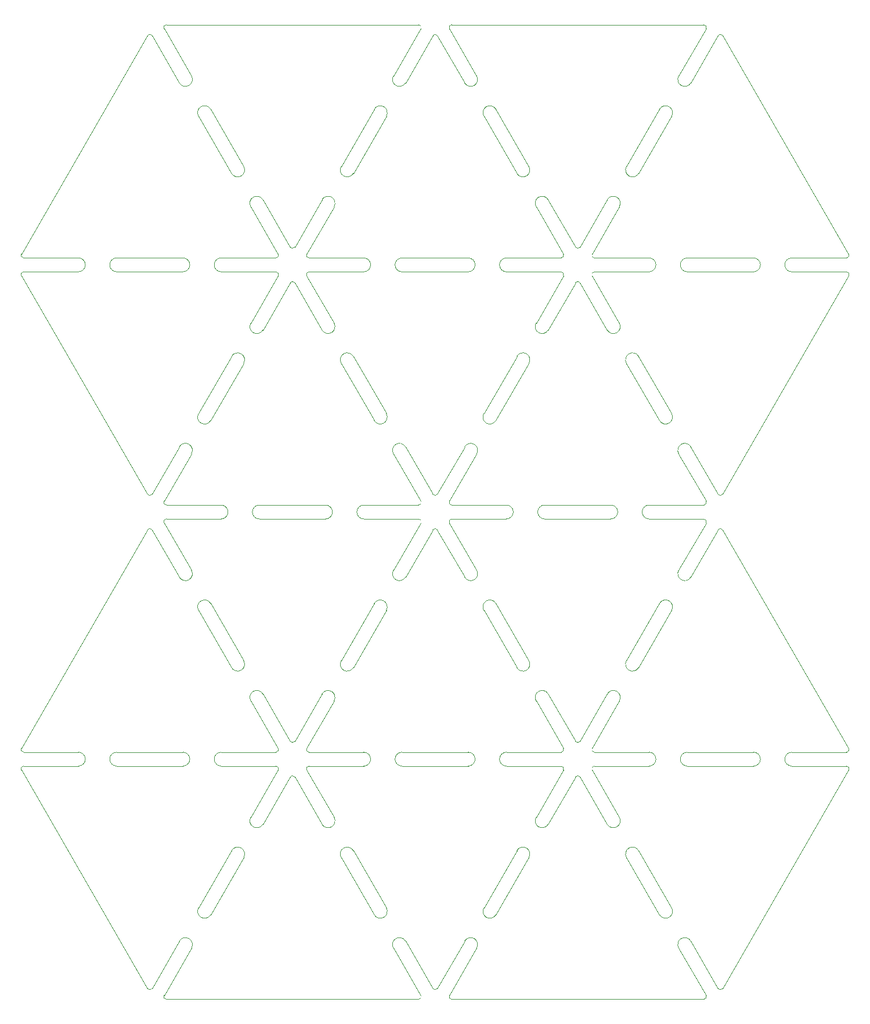
<source format=gbr>
%TF.GenerationSoftware,KiCad,Pcbnew,8.0.1*%
%TF.CreationDate,2024-04-10T18:42:56-04:00*%
%TF.ProjectId,Faces,46616365-732e-46b6-9963-61645f706362,rev?*%
%TF.SameCoordinates,Original*%
%TF.FileFunction,Profile,NP*%
%FSLAX46Y46*%
G04 Gerber Fmt 4.6, Leading zero omitted, Abs format (unit mm)*
G04 Created by KiCad (PCBNEW 8.0.1) date 2024-04-10 18:42:56*
%MOMM*%
%LPD*%
G01*
G04 APERTURE LIST*
%TA.AperFunction,Profile*%
%ADD10C,0.100000*%
%TD*%
G04 APERTURE END LIST*
D10*
X129721028Y-25283354D02*
X133714278Y-18366842D01*
X88101553Y-25283408D02*
X92094803Y-18366896D01*
X67291776Y-61326906D02*
X71285026Y-54410394D01*
X108911251Y-61326852D02*
X112904501Y-54410340D01*
X129721123Y-97370400D02*
X133714373Y-90453888D01*
X88101648Y-97370454D02*
X92094898Y-90453942D01*
X67291871Y-133413952D02*
X71285121Y-126497440D01*
X108911346Y-133413898D02*
X112904596Y-126497386D01*
X98497246Y-24267356D02*
X94503996Y-17350844D01*
X119306944Y-60310800D02*
X115313694Y-53394288D01*
X77687469Y-60310854D02*
X73694219Y-53394342D01*
X56877866Y-96354456D02*
X52884616Y-89437944D01*
X98497341Y-96354402D02*
X94504091Y-89437890D01*
X119307039Y-132397846D02*
X115313789Y-125481334D01*
X77687564Y-132397900D02*
X73694314Y-125481388D01*
X56877771Y-24267410D02*
X52884521Y-17350898D01*
X133714194Y-85264889D02*
X129720947Y-78348378D01*
X82005657Y-122887044D02*
X74019157Y-122887044D01*
X65767785Y-87859496D02*
G75*
G02*
X66783785Y-86843485I1016015J-4D01*
G01*
X90010194Y-16788382D02*
G75*
G02*
X90334952Y-17350949I6J-375018D01*
G01*
X144452961Y-124918884D02*
X152439461Y-124918884D01*
X84935671Y-28734876D02*
G75*
G02*
X85307612Y-30122792I-507971J-879924D01*
G01*
X92744235Y-18366845D02*
X96737482Y-25283357D01*
X92094803Y-18366896D02*
G75*
G02*
X92744322Y-18366896I324760J-187502D01*
G01*
X55118012Y-78348487D02*
X51124762Y-85264998D01*
X139880866Y-51815838D02*
G75*
G02*
X138864866Y-52831766I-1015966J38D01*
G01*
X94828762Y-88875440D02*
X102815261Y-88875443D01*
X77315682Y-133785782D02*
G75*
G02*
X75927822Y-133413888I-507982J879882D01*
G01*
X85307472Y-73509082D02*
G75*
G02*
X84935600Y-74896982I-879872J-508018D01*
G01*
X110819891Y-52831892D02*
G75*
G02*
X111144667Y-53394402I9J-375008D01*
G01*
X77315587Y-61698736D02*
G75*
G02*
X75927704Y-61326856I-507987J879936D01*
G01*
X64125894Y-64778374D02*
G75*
G02*
X64497830Y-66166287I-507994J-879926D01*
G01*
X64125987Y-110940565D02*
G75*
G02*
X62738126Y-110568672I-507987J879865D01*
G01*
X112904496Y-49221445D02*
X108911249Y-42304934D01*
X92744238Y-85264944D02*
G75*
G02*
X92094751Y-85264924I-324738J187544D01*
G01*
X50475242Y-85264998D02*
X32074742Y-53394498D01*
X115638537Y-50799944D02*
G75*
G02*
X115313693Y-50237394I-37J375044D01*
G01*
X152439461Y-124918884D02*
G75*
G02*
X152764270Y-125481413I39J-375016D01*
G01*
X115313778Y-50237443D02*
X119307029Y-43320934D01*
X78721885Y-109552684D02*
X83547884Y-101193803D01*
X86341803Y-151451479D02*
X90335053Y-158367990D01*
X62738105Y-110568684D02*
X57912102Y-102209806D01*
X106117346Y-138253248D02*
X101291347Y-146612128D01*
X71934458Y-54410344D02*
X75927705Y-61326855D01*
X51124856Y-157352044D02*
G75*
G02*
X50475338Y-157352044I-324759J187501D01*
G01*
X55626002Y-52831998D02*
X45974000Y-52832000D01*
X120341360Y-109552630D02*
X125167359Y-101193750D01*
X80481469Y-65150204D02*
X85307472Y-73509082D01*
X77315672Y-41933106D02*
G75*
G02*
X77687577Y-43321001I-507972J-879894D01*
G01*
X92744333Y-157351990D02*
G75*
G02*
X92094853Y-157351966I-324733J187490D01*
G01*
X56877865Y-96354456D02*
G75*
G02*
X56505987Y-97742343I-879885J-508004D01*
G01*
X86341708Y-79364433D02*
G75*
G02*
X86713565Y-77976509I879892J508033D01*
G01*
X69200595Y-122887046D02*
X61214097Y-122887044D01*
X82005657Y-122887044D02*
G75*
G02*
X83021656Y-123903044I-57J-1016056D01*
G01*
X112904501Y-54410340D02*
G75*
G02*
X113554020Y-54410340I324760J-187502D01*
G01*
X45974000Y-50800000D02*
X55626002Y-50799998D01*
X96737488Y-78348432D02*
G75*
G02*
X98125378Y-77976536I879912J-508068D01*
G01*
X52884621Y-158368041D02*
X56877872Y-151451532D01*
X83547708Y-74525083D02*
X78721705Y-66166205D01*
X82005562Y-50799998D02*
X74019062Y-50799998D01*
X94504092Y-89437890D02*
G75*
G02*
X94828850Y-88875363I324808J187490D01*
G01*
X102833391Y-52831892D02*
X110819891Y-52831892D01*
X120341265Y-37465584D02*
X125167264Y-29106704D01*
X107523369Y-61698733D02*
G75*
G02*
X107151436Y-60310823I508031J879933D01*
G01*
X126927028Y-30122704D02*
X122101029Y-38481584D01*
X94503996Y-17350844D02*
G75*
G02*
X94828755Y-16788240I324804J187544D01*
G01*
X53209380Y-158930542D02*
G75*
G02*
X52884581Y-158368018I20J375042D01*
G01*
X104357580Y-110568630D02*
X99531577Y-102209753D01*
X127961183Y-79364378D02*
G75*
G02*
X128333073Y-77976512I879917J507978D01*
G01*
X66783786Y-88875497D02*
G75*
G02*
X65767803Y-87859497I14J1015997D01*
G01*
X71934634Y-121308546D02*
G75*
G02*
X71285153Y-121308524I-324734J187446D01*
G01*
X120713157Y-136865314D02*
G75*
G02*
X122101059Y-137237184I508043J-879786D01*
G01*
X56505984Y-97742338D02*
G75*
G02*
X55118135Y-97370437I-507984J879838D01*
G01*
X55626097Y-122887044D02*
G75*
G02*
X56642056Y-123903044I3J-1015956D01*
G01*
X55118013Y-78348487D02*
G75*
G02*
X56505895Y-77976603I879887J-508013D01*
G01*
X73694398Y-122324543D02*
X77687649Y-115408034D01*
X75927886Y-114392034D02*
G75*
G02*
X77315777Y-114020135I879914J-508066D01*
G01*
X120713147Y-38853465D02*
G75*
G02*
X120341301Y-37465605I508053J879865D01*
G01*
X129721122Y-97370400D02*
G75*
G02*
X128333232Y-97742298I-879922J508100D01*
G01*
X86341804Y-151451479D02*
G75*
G02*
X86713697Y-150063618I879896J507979D01*
G01*
X99531577Y-102209753D02*
G75*
G02*
X99903483Y-100821914I879923J507953D01*
G01*
X61214097Y-124919044D02*
X69200597Y-124919044D01*
X99903364Y-28734825D02*
G75*
G02*
X101291286Y-29106683I508036J-879875D01*
G01*
X152764221Y-125481385D02*
X134363808Y-157351936D01*
X55626002Y-50799998D02*
G75*
G02*
X56642002Y-51815998I-2J-1016002D01*
G01*
X125167360Y-101193750D02*
G75*
G02*
X126555222Y-100821901I879840J-507950D01*
G01*
X52884522Y-17350898D02*
G75*
G02*
X53209280Y-16788385I324778J187498D01*
G01*
X53209194Y-16788382D02*
X90010194Y-16788382D01*
X77687468Y-60310854D02*
G75*
G02*
X77315616Y-61698786I-879868J-508046D01*
G01*
X58283889Y-28734878D02*
G75*
G02*
X59671796Y-29106745I508011J-879922D01*
G01*
X64497774Y-37465638D02*
G75*
G02*
X64125864Y-38853472I-879874J-507962D01*
G01*
X122101124Y-110568630D02*
G75*
G02*
X120713237Y-110940520I-879924J508130D01*
G01*
X123625037Y-50799944D02*
G75*
G02*
X124641056Y-51815944I-37J-1016056D01*
G01*
X144452866Y-52831838D02*
G75*
G02*
X143436862Y-51815838I34J1016038D01*
G01*
X119306944Y-60310800D02*
G75*
G02*
X118935055Y-61698670I-879844J-508000D01*
G01*
X55118107Y-150435533D02*
G75*
G02*
X56506002Y-150063627I879893J-507967D01*
G01*
X106117251Y-66166202D02*
X101291252Y-74525082D01*
X99903459Y-100821871D02*
G75*
G02*
X101291372Y-101193734I508041J-879829D01*
G01*
X32399502Y-52831998D02*
X40386000Y-52832000D01*
X50475336Y-90454046D02*
G75*
G02*
X51124854Y-90454046I324759J-187501D01*
G01*
X129213037Y-50799944D02*
X138865039Y-50799941D01*
X90010293Y-158930491D02*
X53209380Y-158930542D01*
X102833391Y-52831892D02*
G75*
G02*
X101817408Y-51815892I9J1015992D01*
G01*
X59671771Y-29106760D02*
X64497774Y-37465638D01*
X87593484Y-124918941D02*
G75*
G02*
X86577559Y-123902941I16J1015941D01*
G01*
X110820062Y-50799998D02*
X102833564Y-50799996D01*
X117547360Y-114391980D02*
X113554110Y-121308492D01*
X108403260Y-86843442D02*
X118055262Y-86843439D01*
X75927885Y-114392034D02*
X71934635Y-121308546D01*
X110820157Y-122887044D02*
X102833659Y-122887042D01*
X120713242Y-110940512D02*
G75*
G02*
X120341311Y-109552602I507958J879912D01*
G01*
X41402095Y-123903046D02*
G75*
G02*
X40386095Y-124918995I-1015995J46D01*
G01*
X112904596Y-126497386D02*
G75*
G02*
X113554115Y-126497386I324760J-187502D01*
G01*
X32399595Y-122887046D02*
G75*
G02*
X32074779Y-122324514I5J375046D01*
G01*
X86713766Y-97742336D02*
G75*
G02*
X86341918Y-96354474I507934J879836D01*
G01*
X126555065Y-74896909D02*
G75*
G02*
X125167216Y-74525009I-507965J879909D01*
G01*
X127961183Y-79364378D02*
X131954433Y-86280890D01*
X32399597Y-124919044D02*
X40386095Y-124919046D01*
X128197037Y-51815944D02*
G75*
G02*
X129213037Y-50799937I1016063J-56D01*
G01*
X125167183Y-74525028D02*
X120341180Y-66166151D01*
X64497871Y-138253302D02*
X59671872Y-146612182D01*
X79093672Y-38853520D02*
G75*
G02*
X78721754Y-37465617I508028J879920D01*
G01*
X138865039Y-50799941D02*
G75*
G02*
X139880959Y-51815941I-39J-1015959D01*
G01*
X97245391Y-52831892D02*
X87593389Y-52831895D01*
X53209285Y-86843496D02*
G75*
G02*
X52884542Y-86281005I15J374996D01*
G01*
X44958095Y-123903046D02*
G75*
G02*
X45974095Y-122886995I1016005J46D01*
G01*
X32074837Y-125481544D02*
G75*
G02*
X32399597Y-124918975I324763J187544D01*
G01*
X90335040Y-17350899D02*
X86341789Y-24267408D01*
X73694220Y-53394342D02*
G75*
G02*
X74018978Y-52831761I324780J187542D01*
G01*
X96737583Y-150435478D02*
G75*
G02*
X98125485Y-150063562I879917J-508022D01*
G01*
X152439366Y-52831838D02*
G75*
G02*
X152764101Y-53394325I34J-374962D01*
G01*
X115638461Y-124918884D02*
X123624959Y-124918887D01*
X106117248Y-37465584D02*
G75*
G02*
X105745372Y-38853474I-879848J-508016D01*
G01*
X117547265Y-42304934D02*
G75*
G02*
X118935171Y-41933010I879935J-508066D01*
G01*
X59671776Y-74525136D02*
G75*
G02*
X58283905Y-74897000I-879876J508036D01*
G01*
X58283984Y-100821925D02*
G75*
G02*
X59671882Y-101193797I508016J-879875D01*
G01*
X88101647Y-97370454D02*
G75*
G02*
X86713781Y-97742310I-879847J507954D01*
G01*
X144452961Y-124918884D02*
G75*
G02*
X143436916Y-123902884I39J1016084D01*
G01*
X119071263Y-87859440D02*
G75*
G02*
X118055262Y-88875363I-1016063J140D01*
G01*
X61214002Y-52831998D02*
G75*
G02*
X60198002Y-51815998I-2J1015998D01*
G01*
X111144734Y-50237446D02*
G75*
G02*
X110819975Y-50799855I-324734J-187454D01*
G01*
X123643262Y-88875440D02*
G75*
G02*
X122627260Y-87859440I38J1016040D01*
G01*
X134363892Y-90453888D02*
X152764392Y-122324489D01*
X111144830Y-122324492D02*
G75*
G02*
X110820070Y-122886978I-324730J-187508D01*
G01*
X107151580Y-115407980D02*
G75*
G02*
X107523468Y-114020110I879920J507980D01*
G01*
X152764210Y-50237392D02*
G75*
G02*
X152439450Y-50799861I-324710J-187508D01*
G01*
X92094719Y-85264943D02*
X88101472Y-78348432D01*
X76435788Y-86843493D02*
G75*
G02*
X77451807Y-87859493I12J-1016007D01*
G01*
X92744330Y-90453891D02*
X96737577Y-97370403D01*
X69525355Y-122324546D02*
G75*
G02*
X69200595Y-122886973I-324755J-187454D01*
G01*
X107523464Y-133785780D02*
G75*
G02*
X107151596Y-132397906I508036J879880D01*
G01*
X152764126Y-53394339D02*
X134363713Y-85264890D01*
X45974095Y-122887046D02*
X55626097Y-122887044D01*
X105745462Y-110940512D02*
G75*
G02*
X104357616Y-110568609I-507962J879912D01*
G01*
X131954528Y-158367936D02*
G75*
G02*
X131629768Y-158930441I-324828J-187464D01*
G01*
X98497245Y-24267356D02*
G75*
G02*
X98125387Y-25655278I-879845J-508044D01*
G01*
X133714373Y-90453888D02*
G75*
G02*
X134363892Y-90453888I324760J-187502D01*
G01*
X106117343Y-109552630D02*
G75*
G02*
X105745452Y-110940495I-879943J-507970D01*
G01*
X118935157Y-133785728D02*
G75*
G02*
X117547312Y-133413826I-507957J879928D01*
G01*
X32074743Y-53394498D02*
G75*
G02*
X32399502Y-52832003I324757J187498D01*
G01*
X129721028Y-25283354D02*
G75*
G02*
X128333124Y-25655273I-879928J508054D01*
G01*
X96737583Y-150435478D02*
X92744333Y-157351990D01*
X59671866Y-101193806D02*
X64497869Y-109552684D01*
X69525260Y-50237500D02*
G75*
G02*
X69200500Y-50800000I-324760J-187500D01*
G01*
X86577657Y-123903044D02*
G75*
G02*
X87593657Y-122887057I1016043J-56D01*
G01*
X87593389Y-52831895D02*
G75*
G02*
X86577405Y-51815895I11J1015995D01*
G01*
X101291246Y-29106706D02*
X106117249Y-37465584D01*
X152439632Y-122886990D02*
X144453134Y-122886988D01*
X99903465Y-146984009D02*
G75*
G02*
X99531530Y-145596097I507935J879909D01*
G01*
X40386000Y-50800000D02*
G75*
G02*
X41402000Y-51816000I0J-1016000D01*
G01*
X50475241Y-18367000D02*
G75*
G02*
X51124759Y-18367000I324759J-187501D01*
G01*
X65532105Y-115408034D02*
G75*
G02*
X65903962Y-114020108I879895J508034D01*
G01*
X120341180Y-66166151D02*
G75*
G02*
X120713088Y-64778316I879920J507951D01*
G01*
X74019062Y-50799998D02*
G75*
G02*
X73694334Y-50237515I38J374998D01*
G01*
X71285116Y-121308545D02*
X67291869Y-114392034D01*
X143437134Y-123902988D02*
G75*
G02*
X144453134Y-122887034I1015966J-12D01*
G01*
X86341708Y-79364433D02*
X90334958Y-86280944D01*
X81007787Y-87859494D02*
G75*
G02*
X82023787Y-86843487I1016013J-6D01*
G01*
X138864866Y-52831838D02*
X129212864Y-52831841D01*
X69525262Y-53394398D02*
X65532011Y-60310906D01*
X115313790Y-125481334D02*
G75*
G02*
X115638548Y-124918826I324710J187534D01*
G01*
X126555146Y-28734823D02*
G75*
G02*
X126927008Y-30122692I-508046J-879877D01*
G01*
X133714278Y-18366842D02*
G75*
G02*
X134363797Y-18366842I324760J-187502D01*
G01*
X126926946Y-73509028D02*
G75*
G02*
X126555039Y-74896865I-879846J-507972D01*
G01*
X84935685Y-146984009D02*
G75*
G02*
X83547813Y-146612123I-507985J879909D01*
G01*
X97245486Y-124918938D02*
X87593484Y-124918941D01*
X94828667Y-16788394D02*
X131629668Y-16788394D01*
X128333065Y-77976497D02*
G75*
G02*
X129720995Y-78348350I508035J-879903D01*
G01*
X87593562Y-50799998D02*
X97245564Y-50799995D01*
X53209288Y-88875494D02*
X61195786Y-88875497D01*
X62211785Y-87859496D02*
G75*
G02*
X61195786Y-88875485I-1015985J-4D01*
G01*
X108911345Y-133413898D02*
G75*
G02*
X107523489Y-133785737I-879845J507998D01*
G01*
X96737488Y-78348432D02*
X92744238Y-85264944D01*
X107151580Y-115407980D02*
X111144830Y-122324492D01*
X105745464Y-136865367D02*
G75*
G02*
X106117332Y-138253240I-507864J-879833D01*
G01*
X131629668Y-16788394D02*
G75*
G02*
X131954459Y-17350913I32J-375006D01*
G01*
X125167264Y-29106704D02*
G75*
G02*
X126555115Y-28734875I879836J-507996D01*
G01*
X134363807Y-157351936D02*
G75*
G02*
X133714217Y-157351977I-324807J187636D01*
G01*
X80481553Y-38481638D02*
G75*
G02*
X79093699Y-38853474I-879853J508038D01*
G01*
X60198097Y-123903044D02*
G75*
G02*
X61214097Y-122886997I1016003J44D01*
G01*
X131629768Y-158930437D02*
X94828855Y-158930488D01*
X51124855Y-90453945D02*
X55118102Y-97370456D01*
X131629763Y-88875440D02*
G75*
G02*
X131954498Y-89437927I37J-374960D01*
G01*
X90334957Y-86280944D02*
G75*
G02*
X90010198Y-86843376I-324757J-187456D01*
G01*
X77451788Y-87859494D02*
G75*
G02*
X76435788Y-88875488I-1015988J-6D01*
G01*
X118935242Y-114020098D02*
G75*
G02*
X119307134Y-115407986I-508042J-879902D01*
G01*
X57912008Y-30122760D02*
G75*
G02*
X58283915Y-28734922I879892J507960D01*
G01*
X99903370Y-74896964D02*
G75*
G02*
X99531519Y-73509100I508030J879864D01*
G01*
X99531488Y-73509082D02*
X104357487Y-65150201D01*
X32399500Y-50800000D02*
G75*
G02*
X32074740Y-50237500I0J375000D01*
G01*
X103831260Y-87859442D02*
G75*
G02*
X102815261Y-88875360I-1016060J142D01*
G01*
X71285021Y-49221499D02*
X67291774Y-42304988D01*
X71934540Y-49221500D02*
G75*
G02*
X71285050Y-49221482I-324740J187500D01*
G01*
X118935147Y-41933052D02*
G75*
G02*
X119306974Y-43320902I-508047J-879848D01*
G01*
X112904591Y-121308491D02*
X108911344Y-114391980D01*
X40386095Y-122887046D02*
X32399595Y-122887046D01*
X101291347Y-146612128D02*
G75*
G02*
X99903444Y-146984046I-879947J508128D01*
G01*
X85307648Y-102209804D02*
X80481649Y-110568684D01*
X64125892Y-38853520D02*
G75*
G02*
X62738007Y-38481639I-507992J879920D01*
G01*
X85307567Y-145596128D02*
G75*
G02*
X84935663Y-146983972I-879867J-507972D01*
G01*
X58283894Y-74897018D02*
G75*
G02*
X57911971Y-73509113I508006J879918D01*
G01*
X86713590Y-77976550D02*
G75*
G02*
X88101473Y-78348431I508010J-879850D01*
G01*
X97245564Y-50799995D02*
G75*
G02*
X98261605Y-51815995I36J-1016005D01*
G01*
X41402000Y-51816000D02*
G75*
G02*
X40386000Y-52832000I-1016000J0D01*
G01*
X122101039Y-137237196D02*
X126927042Y-145596074D01*
X111144833Y-125481389D02*
X107151582Y-132397898D01*
X123625132Y-122886990D02*
X115638632Y-122886990D01*
X60198002Y-51815998D02*
G75*
G02*
X61214002Y-50800002I1015998J-2D01*
G01*
X51124761Y-85264998D02*
G75*
G02*
X50475243Y-85264998I-324759J187501D01*
G01*
X78721800Y-138253251D02*
G75*
G02*
X79093712Y-136865422I879900J507951D01*
G01*
X115313873Y-122324489D02*
X119307124Y-115407980D01*
X77315767Y-114020152D02*
G75*
G02*
X77687587Y-115407998I-508067J-879848D01*
G01*
X128333146Y-25655235D02*
G75*
G02*
X127961218Y-24267327I508054J879935D01*
G01*
X128333160Y-150063542D02*
G75*
G02*
X129721081Y-150435401I508040J-879858D01*
G01*
X65903892Y-41933106D02*
G75*
G02*
X67291787Y-42304981I508008J-879894D01*
G01*
X77687564Y-132397900D02*
G75*
G02*
X77315678Y-133785776I-879864J-508000D01*
G01*
X32074740Y-50237500D02*
X50475240Y-18367000D01*
X66783785Y-86843496D02*
X76435788Y-86843493D01*
X104357487Y-65150201D02*
G75*
G02*
X105745391Y-64778283I879913J-507999D01*
G01*
X90335135Y-89437945D02*
X86341884Y-96354454D01*
X122100944Y-65150150D02*
X126926947Y-73509028D01*
X56877770Y-24267410D02*
G75*
G02*
X56505880Y-25655276I-879870J-507990D01*
G01*
X101817564Y-51815996D02*
G75*
G02*
X102833564Y-50799964I1016036J-4D01*
G01*
X118055262Y-86843439D02*
G75*
G02*
X119071261Y-87859439I38J-1015961D01*
G01*
X94828855Y-158930488D02*
G75*
G02*
X94504145Y-158368016I45J374988D01*
G01*
X65532105Y-115408034D02*
X69525355Y-122324546D01*
X127961278Y-151451424D02*
G75*
G02*
X128333154Y-150063533I879822J508024D01*
G01*
X64125989Y-136865421D02*
G75*
G02*
X64497871Y-138253302I-507989J-879879D01*
G01*
X134363712Y-85264890D02*
G75*
G02*
X133714264Y-85264849I-324712J187490D01*
G01*
X82005562Y-50799998D02*
G75*
G02*
X83021502Y-51815998I-62J-1016002D01*
G01*
X80481564Y-137237250D02*
X85307567Y-145596128D01*
X57912012Y-73509137D02*
X62738011Y-65150256D01*
X79093767Y-110940565D02*
G75*
G02*
X78721915Y-109552701I508033J879865D01*
G01*
X92094814Y-157351989D02*
X88101567Y-150435478D01*
X152764305Y-122324438D02*
G75*
G02*
X152439545Y-122886920I-324805J-187462D01*
G01*
X134363710Y-18366791D02*
X152764210Y-50237392D01*
X40386095Y-122887046D02*
G75*
G02*
X41402054Y-123903046I5J-1015954D01*
G01*
X92094898Y-90453942D02*
G75*
G02*
X92744417Y-90453942I324760J-187502D01*
G01*
X84935766Y-100821923D02*
G75*
G02*
X85307653Y-102209807I-507966J-879877D01*
G01*
X80481648Y-110568684D02*
G75*
G02*
X79093787Y-110940532I-879848J507984D01*
G01*
X99531583Y-145596128D02*
X104357582Y-137237247D01*
X126927042Y-145596074D02*
G75*
G02*
X126555170Y-146983974I-879842J-508026D01*
G01*
X126927123Y-102209750D02*
X122101124Y-110568630D01*
X73694315Y-125481388D02*
G75*
G02*
X74019073Y-124918884I324785J187488D01*
G01*
X117547265Y-42304934D02*
X113554015Y-49221446D01*
X62738010Y-38481638D02*
X57912007Y-30122760D01*
X61195785Y-86843496D02*
G75*
G02*
X62211804Y-87859496I15J-1016004D01*
G01*
X122627262Y-87859440D02*
G75*
G02*
X123643262Y-86843462I1016038J-60D01*
G01*
X127961278Y-151451424D02*
X131954528Y-158367936D01*
X55118107Y-150435533D02*
X51124857Y-157352044D01*
X86713671Y-25655289D02*
G75*
G02*
X86341789Y-24267408I508029J879889D01*
G01*
X88101553Y-25283408D02*
G75*
G02*
X86713692Y-25655253I-879853J508008D01*
G01*
X44958000Y-51816000D02*
G75*
G02*
X45974000Y-50800000I1016000J0D01*
G01*
X118055262Y-88875440D02*
X108403261Y-88875443D01*
X107523462Y-114020099D02*
G75*
G02*
X108911363Y-114391969I508038J-879801D01*
G01*
X98125465Y-150063597D02*
G75*
G02*
X98497384Y-151451499I-507965J-879903D01*
G01*
X51124760Y-18366899D02*
X55118007Y-25283410D01*
X64497776Y-66166256D02*
X59671777Y-74525136D01*
X32074835Y-122324546D02*
X50475335Y-90454046D01*
X107523367Y-41933052D02*
G75*
G02*
X108911277Y-42304918I508033J-879848D01*
G01*
X87593657Y-122887044D02*
X97245659Y-122887041D01*
X83021388Y-51815894D02*
G75*
G02*
X82005389Y-52831888I-1015988J-6D01*
G01*
X128333241Y-97742281D02*
G75*
G02*
X127961379Y-96354411I508059J879881D01*
G01*
X79093682Y-136865368D02*
G75*
G02*
X80481601Y-137237229I508018J-879932D01*
G01*
X90335053Y-158367990D02*
G75*
G02*
X90010293Y-158930499I-324753J-187510D01*
G01*
X129212864Y-52831841D02*
G75*
G02*
X128196859Y-51815841I36J1016041D01*
G01*
X128197132Y-123902990D02*
G75*
G02*
X129213132Y-122887032I1015968J-10D01*
G01*
X122101028Y-38481584D02*
G75*
G02*
X120713112Y-38853526I-879928J507984D01*
G01*
X102833486Y-124918938D02*
X110819986Y-124918938D01*
X108403261Y-88875443D02*
G75*
G02*
X107387257Y-87859443I39J1016043D01*
G01*
X82023788Y-88875494D02*
G75*
G02*
X81007806Y-87859494I12J1015994D01*
G01*
X82023788Y-88875494D02*
X90010288Y-88875494D01*
X86713685Y-150063597D02*
G75*
G02*
X88101591Y-150435464I508015J-879903D01*
G01*
X57912102Y-102209806D02*
G75*
G02*
X58283977Y-100821912I879898J508006D01*
G01*
X123625037Y-50799944D02*
X115638537Y-50799944D01*
X67291870Y-133413952D02*
G75*
G02*
X65903988Y-133785836I-879870J507952D01*
G01*
X65903987Y-114020152D02*
G75*
G02*
X67291873Y-114392031I508013J-879848D01*
G01*
X78721706Y-66166205D02*
G75*
G02*
X79093581Y-64778314I879894J508005D01*
G01*
X104357582Y-137237247D02*
G75*
G02*
X105745447Y-136865395I879818J-507853D01*
G01*
X69525357Y-125481444D02*
X65532106Y-132397952D01*
X62738106Y-137237302D02*
G75*
G02*
X64125996Y-136865405I879894J-507998D01*
G01*
X57912107Y-145596183D02*
X62738106Y-137237302D01*
X90010288Y-88875494D02*
G75*
G02*
X90335064Y-89438004I12J-375006D01*
G01*
X94828760Y-86843442D02*
G75*
G02*
X94503976Y-86280927I40J375042D01*
G01*
X79093587Y-64778322D02*
G75*
G02*
X80481483Y-65150196I508013J-879878D01*
G01*
X65903894Y-61698788D02*
G75*
G02*
X65532007Y-60310904I508006J879888D01*
G01*
X61195785Y-86843496D02*
X53209285Y-86843496D01*
X98125364Y-25655237D02*
G75*
G02*
X96737508Y-25283342I-507964J879937D01*
G01*
X99531483Y-30122707D02*
G75*
G02*
X99903352Y-28734806I879917J508007D01*
G01*
X75927790Y-42304988D02*
G75*
G02*
X77315689Y-41933077I879910J-508012D01*
G01*
X113554015Y-49221446D02*
G75*
G02*
X112904563Y-49221406I-324715J187546D01*
G01*
X40386000Y-50800000D02*
X32399500Y-50800000D01*
X108911251Y-61326852D02*
G75*
G02*
X107523400Y-61698681I-879851J508052D01*
G01*
X124640863Y-51815840D02*
G75*
G02*
X123624864Y-52831763I-1015963J40D01*
G01*
X101817659Y-123903042D02*
G75*
G02*
X102833659Y-122887059I1016041J-58D01*
G01*
X119307038Y-132397846D02*
G75*
G02*
X118935117Y-133785659I-879838J-507954D01*
G01*
X143437039Y-51815942D02*
G75*
G02*
X144453039Y-50799939I1016061J-58D01*
G01*
X107387260Y-87859442D02*
G75*
G02*
X108403260Y-86843460I1016040J-58D01*
G01*
X115638632Y-122886990D02*
G75*
G02*
X115313862Y-122324483I-32J374990D01*
G01*
X71934553Y-126497390D02*
X75927800Y-133413901D01*
X61214002Y-52831998D02*
X69200502Y-52831998D01*
X126555241Y-100821868D02*
G75*
G02*
X126927114Y-102209745I-507841J-879832D01*
G01*
X129212959Y-124918887D02*
G75*
G02*
X128196913Y-123902887I41J1016087D01*
G01*
X76435788Y-88875494D02*
X66783786Y-88875497D01*
X105745367Y-38853465D02*
G75*
G02*
X104357530Y-38481558I-507967J879865D01*
G01*
X85307553Y-30122758D02*
X80481554Y-38481638D01*
X65532010Y-43320988D02*
G75*
G02*
X65903899Y-41933118I879890J507988D01*
G01*
X50475337Y-157352044D02*
X32074837Y-125481544D01*
X110819986Y-124918938D02*
G75*
G02*
X111144761Y-125481448I-86J-375062D01*
G01*
X94504001Y-86280941D02*
X98497252Y-79364432D01*
X83547790Y-29106757D02*
G75*
G02*
X84935683Y-28734855I879910J-508043D01*
G01*
X98261391Y-51815892D02*
G75*
G02*
X97245391Y-52831891I-1015991J-8D01*
G01*
X117547361Y-114391980D02*
G75*
G02*
X118935228Y-114020123I879839J-507920D01*
G01*
X138864961Y-124918884D02*
X129212959Y-124918887D01*
X56505990Y-150063650D02*
G75*
G02*
X56877837Y-151451512I-507990J-879850D01*
G01*
X126555160Y-146983956D02*
G75*
G02*
X125167302Y-146612060I-507960J879956D01*
G01*
X74018891Y-52831892D02*
X82005389Y-52831895D01*
X67291775Y-61326906D02*
G75*
G02*
X65903900Y-61698778I-879875J508006D01*
G01*
X83021483Y-123902940D02*
G75*
G02*
X82005484Y-124918883I-1015983J40D01*
G01*
X107151485Y-43320934D02*
X111144735Y-50237446D01*
X58283989Y-146984064D02*
G75*
G02*
X57912131Y-145596197I508011J879864D01*
G01*
X69200597Y-124919044D02*
G75*
G02*
X69525357Y-125481544I-97J-375056D01*
G01*
X65903989Y-133785834D02*
G75*
G02*
X65532167Y-132397987I508011J879834D01*
G01*
X71285121Y-126497440D02*
G75*
G02*
X71934640Y-126497440I324760J-187502D01*
G01*
X73694303Y-50237497D02*
X77687554Y-43320988D01*
X125167278Y-146612074D02*
X120341275Y-138253197D01*
X61214097Y-124919044D02*
G75*
G02*
X60198056Y-123903044I3J1016044D01*
G01*
X59671872Y-146612182D02*
G75*
G02*
X58283994Y-146984057I-879872J507982D01*
G01*
X74018986Y-124918938D02*
X82005484Y-124918941D01*
X94504096Y-158367987D02*
X98497347Y-151451478D01*
X120341276Y-138253197D02*
G75*
G02*
X120713151Y-136865306I879924J507997D01*
G01*
X52884526Y-86280995D02*
X56877777Y-79364486D01*
X113553933Y-54410289D02*
X117547180Y-61326801D01*
X107151486Y-43320934D02*
G75*
G02*
X107523337Y-41933002I879914J508034D01*
G01*
X64497868Y-109552684D02*
G75*
G02*
X64125995Y-110940580I-879868J-508016D01*
G01*
X69200502Y-52831998D02*
G75*
G02*
X69525263Y-53394498I-2J-375002D01*
G01*
X90010285Y-86843496D02*
X82023787Y-86843493D01*
X111144738Y-53394343D02*
X107151487Y-60310852D01*
X118935062Y-61698682D02*
G75*
G02*
X117547226Y-61326775I-507962J879882D01*
G01*
X124640958Y-123902886D02*
G75*
G02*
X123624959Y-124918858I-1015958J-14D01*
G01*
X131954515Y-17350845D02*
X127961265Y-24267354D01*
X56505889Y-25655292D02*
G75*
G02*
X55118017Y-25283404I-507989J879892D01*
G01*
X78721790Y-37465638D02*
X83547789Y-29106757D01*
X133714289Y-157351935D02*
X129721042Y-150435424D01*
X115638366Y-52831838D02*
X123624864Y-52831841D01*
X120713062Y-64778269D02*
G75*
G02*
X122100972Y-65150134I508038J-879831D01*
G01*
X65532010Y-43320988D02*
X69525260Y-50237500D01*
X56642002Y-51815998D02*
G75*
G02*
X55626002Y-52832002I-1016002J-2D01*
G01*
X84935590Y-74896964D02*
G75*
G02*
X83547726Y-74525072I-507990J879864D01*
G01*
X123625132Y-122886990D02*
G75*
G02*
X124641210Y-123902990I-32J-1016110D01*
G01*
X52884616Y-89437944D02*
G75*
G02*
X53209375Y-88875357I324784J187544D01*
G01*
X102815260Y-86843442D02*
X94828760Y-86843442D01*
X138865134Y-122886987D02*
G75*
G02*
X139881213Y-123902987I-34J-1016113D01*
G01*
X62738011Y-65150256D02*
G75*
G02*
X64125889Y-64778380I879889J-508044D01*
G01*
X123643262Y-88875440D02*
X131629763Y-88875440D01*
X83547884Y-101193803D02*
G75*
G02*
X84935790Y-100821880I879916J-507997D01*
G01*
X98497340Y-96354402D02*
G75*
G02*
X98125450Y-97742268I-879840J-507998D01*
G01*
X75927790Y-42304988D02*
X71934540Y-49221500D01*
X56642097Y-123903044D02*
G75*
G02*
X55626097Y-124918997I-1015997J44D01*
G01*
X101291341Y-101193752D02*
X106117344Y-109552630D01*
X129213132Y-122886990D02*
X138865134Y-122886987D01*
X102815260Y-86843442D02*
G75*
G02*
X103831258Y-87859442I-60J-1016058D01*
G01*
X105745369Y-64778321D02*
G75*
G02*
X106117258Y-66166206I-507969J-879879D01*
G01*
X131954433Y-86280890D02*
G75*
G02*
X131629673Y-86843382I-324733J-187510D01*
G01*
X97245659Y-122887041D02*
G75*
G02*
X98261659Y-123903041I41J-1015959D01*
G01*
X98125459Y-97742284D02*
G75*
G02*
X96737594Y-97370393I-507959J879984D01*
G01*
X71285026Y-54410394D02*
G75*
G02*
X71934545Y-54410394I324760J-187502D01*
G01*
X69200500Y-50800000D02*
X61214002Y-50799998D01*
X98125370Y-77976550D02*
G75*
G02*
X98497223Y-79364415I-507970J-879850D01*
G01*
X98261486Y-123902938D02*
G75*
G02*
X97245486Y-124918986I-1016086J38D01*
G01*
X144452866Y-52831838D02*
X152439366Y-52831838D01*
X56505895Y-77976605D02*
G75*
G02*
X56877794Y-79364496I-507995J-879895D01*
G01*
X45974000Y-52832000D02*
G75*
G02*
X44958000Y-51816000I0J1016000D01*
G01*
X152439537Y-50799944D02*
X144453039Y-50799942D01*
X83547803Y-146612129D02*
X78721800Y-138253251D01*
X131629760Y-86843442D02*
X123643262Y-86843440D01*
X113554028Y-126497335D02*
X117547275Y-133413847D01*
X115313694Y-53394288D02*
G75*
G02*
X115638453Y-52831766I324806J187488D01*
G01*
X86577562Y-51815998D02*
G75*
G02*
X87593562Y-50799962I1016038J-2D01*
G01*
X45974095Y-124919046D02*
G75*
G02*
X44958054Y-123903046I5J1016046D01*
G01*
X101291252Y-74525082D02*
G75*
G02*
X99903387Y-74896934I-879852J507982D01*
G01*
X131954610Y-89437891D02*
X127961360Y-96354400D01*
X55626097Y-124919044D02*
X45974095Y-124919046D01*
X74019157Y-122887044D02*
G75*
G02*
X73694373Y-122324529I43J375044D01*
G01*
X104357485Y-38481584D02*
X99531482Y-30122707D01*
X139880961Y-123902884D02*
G75*
G02*
X138864961Y-124918861I-1015961J-16D01*
G01*
X102833486Y-124918938D02*
G75*
G02*
X101817562Y-123902938I14J1015938D01*
G01*
X113554110Y-121308492D02*
G75*
G02*
X112904665Y-121308448I-324710J187592D01*
G01*
M02*

</source>
